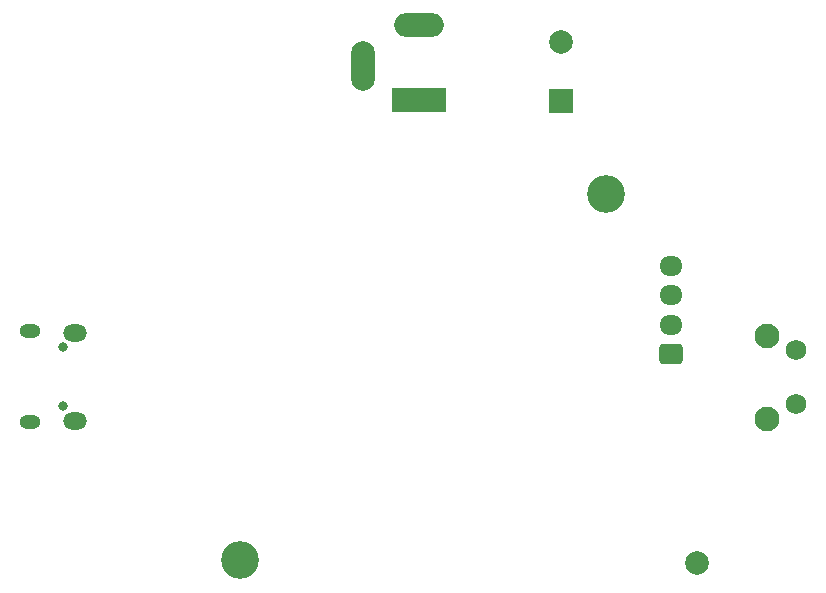
<source format=gbs>
%TF.GenerationSoftware,KiCad,Pcbnew,8.0.1*%
%TF.CreationDate,2024-06-06T10:40:13+02:00*%
%TF.ProjectId,led_strip_stand_lamp,6c65645f-7374-4726-9970-5f7374616e64,rev?*%
%TF.SameCoordinates,Original*%
%TF.FileFunction,Soldermask,Bot*%
%TF.FilePolarity,Negative*%
%FSLAX46Y46*%
G04 Gerber Fmt 4.6, Leading zero omitted, Abs format (unit mm)*
G04 Created by KiCad (PCBNEW 8.0.1) date 2024-06-06 10:40:13*
%MOMM*%
%LPD*%
G01*
G04 APERTURE LIST*
G04 Aperture macros list*
%AMRoundRect*
0 Rectangle with rounded corners*
0 $1 Rounding radius*
0 $2 $3 $4 $5 $6 $7 $8 $9 X,Y pos of 4 corners*
0 Add a 4 corners polygon primitive as box body*
4,1,4,$2,$3,$4,$5,$6,$7,$8,$9,$2,$3,0*
0 Add four circle primitives for the rounded corners*
1,1,$1+$1,$2,$3*
1,1,$1+$1,$4,$5*
1,1,$1+$1,$6,$7*
1,1,$1+$1,$8,$9*
0 Add four rect primitives between the rounded corners*
20,1,$1+$1,$2,$3,$4,$5,0*
20,1,$1+$1,$4,$5,$6,$7,0*
20,1,$1+$1,$6,$7,$8,$9,0*
20,1,$1+$1,$8,$9,$2,$3,0*%
G04 Aperture macros list end*
%ADD10C,3.200000*%
%ADD11RoundRect,0.250000X0.725000X-0.600000X0.725000X0.600000X-0.725000X0.600000X-0.725000X-0.600000X0*%
%ADD12O,1.950000X1.700000*%
%ADD13C,2.000000*%
%ADD14C,2.100000*%
%ADD15C,1.750000*%
%ADD16R,2.000000X2.000000*%
%ADD17R,4.600000X2.000000*%
%ADD18O,4.200000X2.000000*%
%ADD19O,2.000000X4.200000*%
%ADD20O,0.800000X0.800000*%
%ADD21O,1.800000X1.150000*%
%ADD22O,2.000000X1.450000*%
G04 APERTURE END LIST*
D10*
%TO.C,H4*%
X-15226661Y-15259661D03*
%TD*%
D11*
%TO.C,J3*%
X21333826Y2167652D03*
D12*
X21333826Y4667652D03*
X21333826Y7167652D03*
X21333826Y9667652D03*
%TD*%
D13*
%TO.C,TP5*%
X23500000Y-15500000D03*
%TD*%
D14*
%TO.C,SW3*%
X29396465Y3725887D03*
X29396465Y-3284113D03*
D15*
X31886465Y2475887D03*
X31886465Y-2024113D03*
%TD*%
D16*
%TO.C,C21*%
X12000000Y23632323D03*
D13*
X12000000Y28632323D03*
%TD*%
D17*
%TO.C,J2*%
X0Y23700000D03*
D18*
X0Y30000000D03*
D19*
X-4800000Y26600000D03*
%TD*%
D10*
%TO.C,H2*%
X15773339Y15740339D03*
%TD*%
D20*
%TO.C,J1*%
X-30200000Y2762034D03*
X-30200000Y-2237966D03*
D21*
X-32950000Y4137034D03*
D22*
X-29150000Y3987034D03*
X-29150000Y-3462966D03*
D21*
X-32950000Y-3612966D03*
%TD*%
M02*

</source>
